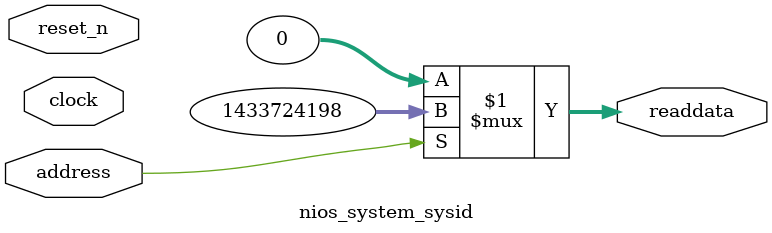
<source format=v>

`timescale 1ns / 1ps
// synthesis translate_on

// turn off superfluous verilog processor warnings 
// altera message_level Level1 
// altera message_off 10034 10035 10036 10037 10230 10240 10030 

module nios_system_sysid (
               // inputs:
                address,
                clock,
                reset_n,

               // outputs:
                readdata
             )
;

  output  [ 31: 0] readdata;
  input            address;
  input            clock;
  input            reset_n;

  wire    [ 31: 0] readdata;
  //control_slave, which is an e_avalon_slave
  assign readdata = address ? 1433724198 : 0;

endmodule




</source>
